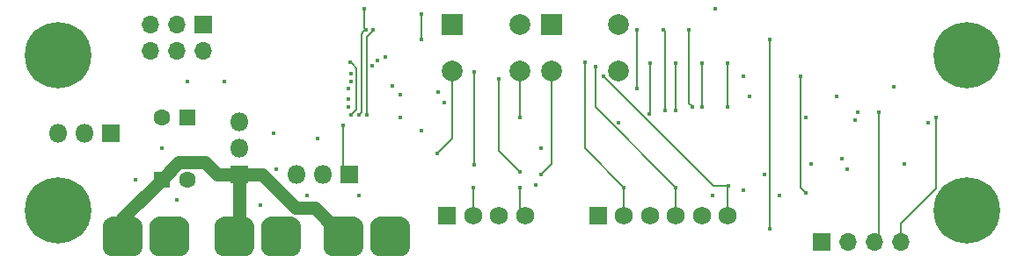
<source format=gbr>
G04 #@! TF.GenerationSoftware,KiCad,Pcbnew,(5.0.1-3-g963ef8bb5)*
G04 #@! TF.CreationDate,2020-07-12T22:57:35-05:00*
G04 #@! TF.ProjectId,SmartNerfBlaster,536D6172744E657266426C6173746572,v1*
G04 #@! TF.SameCoordinates,Original*
G04 #@! TF.FileFunction,Copper,L3,Inr,Signal*
G04 #@! TF.FilePolarity,Positive*
%FSLAX46Y46*%
G04 Gerber Fmt 4.6, Leading zero omitted, Abs format (unit mm)*
G04 Created by KiCad (PCBNEW (5.0.1-3-g963ef8bb5)) date Sunday, July 12, 2020 at 10:57:35 PM*
%MOMM*%
%LPD*%
G01*
G04 APERTURE LIST*
G04 #@! TA.AperFunction,Conductor*
%ADD10C,0.100000*%
G04 #@! TD*
G04 #@! TA.AperFunction,ViaPad*
%ADD11C,3.810000*%
G04 #@! TD*
G04 #@! TA.AperFunction,ViaPad*
%ADD12C,6.400000*%
G04 #@! TD*
G04 #@! TA.AperFunction,ViaPad*
%ADD13C,1.600000*%
G04 #@! TD*
G04 #@! TA.AperFunction,ViaPad*
%ADD14R,1.600000X1.600000*%
G04 #@! TD*
G04 #@! TA.AperFunction,ViaPad*
%ADD15C,1.750000*%
G04 #@! TD*
G04 #@! TA.AperFunction,ViaPad*
%ADD16R,1.750000X1.750000*%
G04 #@! TD*
G04 #@! TA.AperFunction,ViaPad*
%ADD17R,1.800000X1.800000*%
G04 #@! TD*
G04 #@! TA.AperFunction,ViaPad*
%ADD18O,1.800000X1.800000*%
G04 #@! TD*
G04 #@! TA.AperFunction,ViaPad*
%ADD19C,2.000000*%
G04 #@! TD*
G04 #@! TA.AperFunction,ViaPad*
%ADD20R,2.000000X2.000000*%
G04 #@! TD*
G04 #@! TA.AperFunction,ViaPad*
%ADD21O,1.700000X1.700000*%
G04 #@! TD*
G04 #@! TA.AperFunction,ViaPad*
%ADD22R,1.700000X1.700000*%
G04 #@! TD*
G04 #@! TA.AperFunction,ViaPad*
%ADD23C,0.450000*%
G04 #@! TD*
G04 #@! TA.AperFunction,Conductor*
%ADD24C,1.270000*%
G04 #@! TD*
G04 #@! TA.AperFunction,Conductor*
%ADD25C,0.127000*%
G04 #@! TD*
G04 APERTURE END LIST*
D10*
G04 #@! TO.N,/Pusher_Power*
G04 #@! TO.C,J4*
G36*
X153045861Y-90599587D02*
X153138324Y-90613302D01*
X153228996Y-90636014D01*
X153317006Y-90667505D01*
X153401505Y-90707470D01*
X153481681Y-90755525D01*
X153556760Y-90811208D01*
X153626019Y-90873981D01*
X153688792Y-90943240D01*
X153744475Y-91018319D01*
X153792530Y-91098495D01*
X153832495Y-91182994D01*
X153863986Y-91271004D01*
X153886698Y-91361676D01*
X153900413Y-91454139D01*
X153905000Y-91547500D01*
X153905000Y-93452500D01*
X153900413Y-93545861D01*
X153886698Y-93638324D01*
X153863986Y-93728996D01*
X153832495Y-93817006D01*
X153792530Y-93901505D01*
X153744475Y-93981681D01*
X153688792Y-94056760D01*
X153626019Y-94126019D01*
X153556760Y-94188792D01*
X153481681Y-94244475D01*
X153401505Y-94292530D01*
X153317006Y-94332495D01*
X153228996Y-94363986D01*
X153138324Y-94386698D01*
X153045861Y-94400413D01*
X152952500Y-94405000D01*
X151047500Y-94405000D01*
X150954139Y-94400413D01*
X150861676Y-94386698D01*
X150771004Y-94363986D01*
X150682994Y-94332495D01*
X150598495Y-94292530D01*
X150518319Y-94244475D01*
X150443240Y-94188792D01*
X150373981Y-94126019D01*
X150311208Y-94056760D01*
X150255525Y-93981681D01*
X150207470Y-93901505D01*
X150167505Y-93817006D01*
X150136014Y-93728996D01*
X150113302Y-93638324D01*
X150099587Y-93545861D01*
X150095000Y-93452500D01*
X150095000Y-91547500D01*
X150099587Y-91454139D01*
X150113302Y-91361676D01*
X150136014Y-91271004D01*
X150167505Y-91182994D01*
X150207470Y-91098495D01*
X150255525Y-91018319D01*
X150311208Y-90943240D01*
X150373981Y-90873981D01*
X150443240Y-90811208D01*
X150518319Y-90755525D01*
X150598495Y-90707470D01*
X150682994Y-90667505D01*
X150771004Y-90636014D01*
X150861676Y-90613302D01*
X150954139Y-90599587D01*
X151047500Y-90595000D01*
X152952500Y-90595000D01*
X153045861Y-90599587D01*
X153045861Y-90599587D01*
G37*
D11*
X152000000Y-92500000D03*
D10*
G04 #@! TO.N,+BATT*
G36*
X148545861Y-90599587D02*
X148638324Y-90613302D01*
X148728996Y-90636014D01*
X148817006Y-90667505D01*
X148901505Y-90707470D01*
X148981681Y-90755525D01*
X149056760Y-90811208D01*
X149126019Y-90873981D01*
X149188792Y-90943240D01*
X149244475Y-91018319D01*
X149292530Y-91098495D01*
X149332495Y-91182994D01*
X149363986Y-91271004D01*
X149386698Y-91361676D01*
X149400413Y-91454139D01*
X149405000Y-91547500D01*
X149405000Y-93452500D01*
X149400413Y-93545861D01*
X149386698Y-93638324D01*
X149363986Y-93728996D01*
X149332495Y-93817006D01*
X149292530Y-93901505D01*
X149244475Y-93981681D01*
X149188792Y-94056760D01*
X149126019Y-94126019D01*
X149056760Y-94188792D01*
X148981681Y-94244475D01*
X148901505Y-94292530D01*
X148817006Y-94332495D01*
X148728996Y-94363986D01*
X148638324Y-94386698D01*
X148545861Y-94400413D01*
X148452500Y-94405000D01*
X146547500Y-94405000D01*
X146454139Y-94400413D01*
X146361676Y-94386698D01*
X146271004Y-94363986D01*
X146182994Y-94332495D01*
X146098495Y-94292530D01*
X146018319Y-94244475D01*
X145943240Y-94188792D01*
X145873981Y-94126019D01*
X145811208Y-94056760D01*
X145755525Y-93981681D01*
X145707470Y-93901505D01*
X145667505Y-93817006D01*
X145636014Y-93728996D01*
X145613302Y-93638324D01*
X145599587Y-93545861D01*
X145595000Y-93452500D01*
X145595000Y-91547500D01*
X145599587Y-91454139D01*
X145613302Y-91361676D01*
X145636014Y-91271004D01*
X145667505Y-91182994D01*
X145707470Y-91098495D01*
X145755525Y-91018319D01*
X145811208Y-90943240D01*
X145873981Y-90873981D01*
X145943240Y-90811208D01*
X146018319Y-90755525D01*
X146098495Y-90707470D01*
X146182994Y-90667505D01*
X146271004Y-90636014D01*
X146361676Y-90613302D01*
X146454139Y-90599587D01*
X146547500Y-90595000D01*
X148452500Y-90595000D01*
X148545861Y-90599587D01*
X148545861Y-90599587D01*
G37*
D11*
X147500000Y-92500000D03*
G04 #@! TD*
D10*
G04 #@! TO.N,GND*
G04 #@! TO.C,J1*
G36*
X142545861Y-90599587D02*
X142638324Y-90613302D01*
X142728996Y-90636014D01*
X142817006Y-90667505D01*
X142901505Y-90707470D01*
X142981681Y-90755525D01*
X143056760Y-90811208D01*
X143126019Y-90873981D01*
X143188792Y-90943240D01*
X143244475Y-91018319D01*
X143292530Y-91098495D01*
X143332495Y-91182994D01*
X143363986Y-91271004D01*
X143386698Y-91361676D01*
X143400413Y-91454139D01*
X143405000Y-91547500D01*
X143405000Y-93452500D01*
X143400413Y-93545861D01*
X143386698Y-93638324D01*
X143363986Y-93728996D01*
X143332495Y-93817006D01*
X143292530Y-93901505D01*
X143244475Y-93981681D01*
X143188792Y-94056760D01*
X143126019Y-94126019D01*
X143056760Y-94188792D01*
X142981681Y-94244475D01*
X142901505Y-94292530D01*
X142817006Y-94332495D01*
X142728996Y-94363986D01*
X142638324Y-94386698D01*
X142545861Y-94400413D01*
X142452500Y-94405000D01*
X140547500Y-94405000D01*
X140454139Y-94400413D01*
X140361676Y-94386698D01*
X140271004Y-94363986D01*
X140182994Y-94332495D01*
X140098495Y-94292530D01*
X140018319Y-94244475D01*
X139943240Y-94188792D01*
X139873981Y-94126019D01*
X139811208Y-94056760D01*
X139755525Y-93981681D01*
X139707470Y-93901505D01*
X139667505Y-93817006D01*
X139636014Y-93728996D01*
X139613302Y-93638324D01*
X139599587Y-93545861D01*
X139595000Y-93452500D01*
X139595000Y-91547500D01*
X139599587Y-91454139D01*
X139613302Y-91361676D01*
X139636014Y-91271004D01*
X139667505Y-91182994D01*
X139707470Y-91098495D01*
X139755525Y-91018319D01*
X139811208Y-90943240D01*
X139873981Y-90873981D01*
X139943240Y-90811208D01*
X140018319Y-90755525D01*
X140098495Y-90707470D01*
X140182994Y-90667505D01*
X140271004Y-90636014D01*
X140361676Y-90613302D01*
X140454139Y-90599587D01*
X140547500Y-90595000D01*
X142452500Y-90595000D01*
X142545861Y-90599587D01*
X142545861Y-90599587D01*
G37*
D11*
X141500000Y-92500000D03*
D10*
G04 #@! TO.N,+BATT*
G36*
X138045861Y-90599587D02*
X138138324Y-90613302D01*
X138228996Y-90636014D01*
X138317006Y-90667505D01*
X138401505Y-90707470D01*
X138481681Y-90755525D01*
X138556760Y-90811208D01*
X138626019Y-90873981D01*
X138688792Y-90943240D01*
X138744475Y-91018319D01*
X138792530Y-91098495D01*
X138832495Y-91182994D01*
X138863986Y-91271004D01*
X138886698Y-91361676D01*
X138900413Y-91454139D01*
X138905000Y-91547500D01*
X138905000Y-93452500D01*
X138900413Y-93545861D01*
X138886698Y-93638324D01*
X138863986Y-93728996D01*
X138832495Y-93817006D01*
X138792530Y-93901505D01*
X138744475Y-93981681D01*
X138688792Y-94056760D01*
X138626019Y-94126019D01*
X138556760Y-94188792D01*
X138481681Y-94244475D01*
X138401505Y-94292530D01*
X138317006Y-94332495D01*
X138228996Y-94363986D01*
X138138324Y-94386698D01*
X138045861Y-94400413D01*
X137952500Y-94405000D01*
X136047500Y-94405000D01*
X135954139Y-94400413D01*
X135861676Y-94386698D01*
X135771004Y-94363986D01*
X135682994Y-94332495D01*
X135598495Y-94292530D01*
X135518319Y-94244475D01*
X135443240Y-94188792D01*
X135373981Y-94126019D01*
X135311208Y-94056760D01*
X135255525Y-93981681D01*
X135207470Y-93901505D01*
X135167505Y-93817006D01*
X135136014Y-93728996D01*
X135113302Y-93638324D01*
X135099587Y-93545861D01*
X135095000Y-93452500D01*
X135095000Y-91547500D01*
X135099587Y-91454139D01*
X135113302Y-91361676D01*
X135136014Y-91271004D01*
X135167505Y-91182994D01*
X135207470Y-91098495D01*
X135255525Y-91018319D01*
X135311208Y-90943240D01*
X135373981Y-90873981D01*
X135443240Y-90811208D01*
X135518319Y-90755525D01*
X135598495Y-90707470D01*
X135682994Y-90667505D01*
X135771004Y-90636014D01*
X135861676Y-90613302D01*
X135954139Y-90599587D01*
X136047500Y-90595000D01*
X137952500Y-90595000D01*
X138045861Y-90599587D01*
X138045861Y-90599587D01*
G37*
D11*
X137000000Y-92500000D03*
G04 #@! TD*
D10*
G04 #@! TO.N,/Flywheel_Power*
G04 #@! TO.C,J5*
G36*
X131795861Y-90599587D02*
X131888324Y-90613302D01*
X131978996Y-90636014D01*
X132067006Y-90667505D01*
X132151505Y-90707470D01*
X132231681Y-90755525D01*
X132306760Y-90811208D01*
X132376019Y-90873981D01*
X132438792Y-90943240D01*
X132494475Y-91018319D01*
X132542530Y-91098495D01*
X132582495Y-91182994D01*
X132613986Y-91271004D01*
X132636698Y-91361676D01*
X132650413Y-91454139D01*
X132655000Y-91547500D01*
X132655000Y-93452500D01*
X132650413Y-93545861D01*
X132636698Y-93638324D01*
X132613986Y-93728996D01*
X132582495Y-93817006D01*
X132542530Y-93901505D01*
X132494475Y-93981681D01*
X132438792Y-94056760D01*
X132376019Y-94126019D01*
X132306760Y-94188792D01*
X132231681Y-94244475D01*
X132151505Y-94292530D01*
X132067006Y-94332495D01*
X131978996Y-94363986D01*
X131888324Y-94386698D01*
X131795861Y-94400413D01*
X131702500Y-94405000D01*
X129797500Y-94405000D01*
X129704139Y-94400413D01*
X129611676Y-94386698D01*
X129521004Y-94363986D01*
X129432994Y-94332495D01*
X129348495Y-94292530D01*
X129268319Y-94244475D01*
X129193240Y-94188792D01*
X129123981Y-94126019D01*
X129061208Y-94056760D01*
X129005525Y-93981681D01*
X128957470Y-93901505D01*
X128917505Y-93817006D01*
X128886014Y-93728996D01*
X128863302Y-93638324D01*
X128849587Y-93545861D01*
X128845000Y-93452500D01*
X128845000Y-91547500D01*
X128849587Y-91454139D01*
X128863302Y-91361676D01*
X128886014Y-91271004D01*
X128917505Y-91182994D01*
X128957470Y-91098495D01*
X129005525Y-91018319D01*
X129061208Y-90943240D01*
X129123981Y-90873981D01*
X129193240Y-90811208D01*
X129268319Y-90755525D01*
X129348495Y-90707470D01*
X129432994Y-90667505D01*
X129521004Y-90636014D01*
X129611676Y-90613302D01*
X129704139Y-90599587D01*
X129797500Y-90595000D01*
X131702500Y-90595000D01*
X131795861Y-90599587D01*
X131795861Y-90599587D01*
G37*
D11*
X130750000Y-92500000D03*
D10*
G04 #@! TO.N,+BATT*
G36*
X127295861Y-90599587D02*
X127388324Y-90613302D01*
X127478996Y-90636014D01*
X127567006Y-90667505D01*
X127651505Y-90707470D01*
X127731681Y-90755525D01*
X127806760Y-90811208D01*
X127876019Y-90873981D01*
X127938792Y-90943240D01*
X127994475Y-91018319D01*
X128042530Y-91098495D01*
X128082495Y-91182994D01*
X128113986Y-91271004D01*
X128136698Y-91361676D01*
X128150413Y-91454139D01*
X128155000Y-91547500D01*
X128155000Y-93452500D01*
X128150413Y-93545861D01*
X128136698Y-93638324D01*
X128113986Y-93728996D01*
X128082495Y-93817006D01*
X128042530Y-93901505D01*
X127994475Y-93981681D01*
X127938792Y-94056760D01*
X127876019Y-94126019D01*
X127806760Y-94188792D01*
X127731681Y-94244475D01*
X127651505Y-94292530D01*
X127567006Y-94332495D01*
X127478996Y-94363986D01*
X127388324Y-94386698D01*
X127295861Y-94400413D01*
X127202500Y-94405000D01*
X125297500Y-94405000D01*
X125204139Y-94400413D01*
X125111676Y-94386698D01*
X125021004Y-94363986D01*
X124932994Y-94332495D01*
X124848495Y-94292530D01*
X124768319Y-94244475D01*
X124693240Y-94188792D01*
X124623981Y-94126019D01*
X124561208Y-94056760D01*
X124505525Y-93981681D01*
X124457470Y-93901505D01*
X124417505Y-93817006D01*
X124386014Y-93728996D01*
X124363302Y-93638324D01*
X124349587Y-93545861D01*
X124345000Y-93452500D01*
X124345000Y-91547500D01*
X124349587Y-91454139D01*
X124363302Y-91361676D01*
X124386014Y-91271004D01*
X124417505Y-91182994D01*
X124457470Y-91098495D01*
X124505525Y-91018319D01*
X124561208Y-90943240D01*
X124623981Y-90873981D01*
X124693240Y-90811208D01*
X124768319Y-90755525D01*
X124848495Y-90707470D01*
X124932994Y-90667505D01*
X125021004Y-90636014D01*
X125111676Y-90613302D01*
X125204139Y-90599587D01*
X125297500Y-90595000D01*
X127202500Y-90595000D01*
X127295861Y-90599587D01*
X127295861Y-90599587D01*
G37*
D11*
X126250000Y-92500000D03*
G04 #@! TD*
D12*
G04 #@! TO.N,GND*
G04 #@! TO.C,H1*
X120000000Y-75000000D03*
G04 #@! TD*
D13*
G04 #@! TO.N,GND*
G04 #@! TO.C,C1*
X132500000Y-87000000D03*
D14*
G04 #@! TO.N,+BATT*
X130000000Y-87000000D03*
G04 #@! TD*
G04 #@! TO.N,+5V*
G04 #@! TO.C,C2*
X132500000Y-81000000D03*
D13*
G04 #@! TO.N,GND*
X130000000Y-81000000D03*
G04 #@! TD*
D15*
G04 #@! TO.N,/Pusher_Reset*
G04 #@! TO.C,J2*
X184500000Y-90500000D03*
G04 #@! TO.N,GND*
X182000000Y-90500000D03*
G04 #@! TO.N,/Flywheel_Button*
X179500000Y-90500000D03*
G04 #@! TO.N,GND*
X177000000Y-90500000D03*
G04 #@! TO.N,/Trigger*
X174500000Y-90500000D03*
D16*
G04 #@! TO.N,GND*
X172000000Y-90500000D03*
G04 #@! TD*
D15*
G04 #@! TO.N,/Magazine*
G04 #@! TO.C,J3*
X165000000Y-90500000D03*
G04 #@! TO.N,GND*
X162500000Y-90500000D03*
G04 #@! TO.N,/Door*
X160000000Y-90500000D03*
D16*
G04 #@! TO.N,GND*
X157500000Y-90500000D03*
G04 #@! TD*
D17*
G04 #@! TO.N,/Pusher*
G04 #@! TO.C,Q1*
X148040000Y-86500000D03*
D18*
G04 #@! TO.N,/Pusher_Power*
X145500000Y-86500000D03*
G04 #@! TO.N,GND*
X142960000Y-86500000D03*
G04 #@! TD*
G04 #@! TO.N,GND*
G04 #@! TO.C,Q2*
X120000000Y-82500000D03*
G04 #@! TO.N,/Flywheel_Power*
X122540000Y-82500000D03*
D17*
G04 #@! TO.N,/Flywheel*
X125080000Y-82500000D03*
G04 #@! TD*
D18*
G04 #@! TO.N,+5V*
G04 #@! TO.C,U1*
X137500000Y-81460000D03*
G04 #@! TO.N,GND*
X137500000Y-84000000D03*
D17*
G04 #@! TO.N,+BATT*
X137500000Y-86540000D03*
G04 #@! TD*
D19*
G04 #@! TO.N,/Fire_Select*
G04 #@! TO.C,SW1*
X164500000Y-76500000D03*
G04 #@! TO.N,Net-(R12-Pad2)*
X158000000Y-76500000D03*
G04 #@! TO.N,GND*
X164500000Y-72000000D03*
D20*
X158000000Y-72000000D03*
G04 #@! TD*
G04 #@! TO.N,GND*
G04 #@! TO.C,SW2*
X167500000Y-72000000D03*
D19*
X174000000Y-72000000D03*
G04 #@! TO.N,Net-(R13-Pad2)*
X167500000Y-76500000D03*
G04 #@! TO.N,/Safety_Select*
X174000000Y-76500000D03*
G04 #@! TD*
D21*
G04 #@! TO.N,GND*
G04 #@! TO.C,J6*
X128960000Y-74540000D03*
G04 #@! TO.N,/Reset*
X128960000Y-72000000D03*
G04 #@! TO.N,/Flywheel*
X131500000Y-74540000D03*
G04 #@! TO.N,Net-(J6-Pad3)*
X131500000Y-72000000D03*
G04 #@! TO.N,+5V*
X134040000Y-74540000D03*
D22*
G04 #@! TO.N,/LED4*
X134040000Y-72000000D03*
G04 #@! TD*
D12*
G04 #@! TO.N,GND*
G04 #@! TO.C,H2*
X207500000Y-75000000D03*
G04 #@! TD*
G04 #@! TO.N,GND*
G04 #@! TO.C,H3*
X120000000Y-90000000D03*
G04 #@! TD*
G04 #@! TO.N,GND*
G04 #@! TO.C,H4*
X207500000Y-90000000D03*
G04 #@! TD*
D21*
G04 #@! TO.N,/SDA*
G04 #@! TO.C,J8*
X201120000Y-93000000D03*
G04 #@! TO.N,/SCL*
X198580000Y-93000000D03*
G04 #@! TO.N,GND*
X196040000Y-93000000D03*
D22*
G04 #@! TO.N,+5V*
X193500000Y-93000000D03*
G04 #@! TD*
D23*
G04 #@! TO.N,GND*
X192500000Y-85500000D03*
X196000000Y-86000000D03*
X183000000Y-88500000D03*
X186000000Y-88000000D03*
X166500000Y-84000000D03*
X166000000Y-87500000D03*
X141000000Y-86000000D03*
X145000000Y-83000000D03*
X136000000Y-77500000D03*
X132500000Y-77500000D03*
X131500000Y-89000000D03*
X127500000Y-87000000D03*
X139500000Y-89500000D03*
X144000000Y-88500000D03*
X149000000Y-88500000D03*
X130000000Y-84000000D03*
X197000000Y-80500000D03*
X200500000Y-78000000D03*
X195000000Y-79000000D03*
X192000000Y-81000000D03*
X189500000Y-88500000D03*
X188000000Y-86500000D03*
X201500000Y-85500000D03*
X195500000Y-85000000D03*
G04 #@! TO.N,/Pusher_Reset*
X172500000Y-77000000D03*
X150250000Y-76000000D03*
X184560418Y-87650152D03*
G04 #@! TO.N,/Flywheel_Button*
X179500000Y-87750000D03*
X171750000Y-76119982D03*
X150750000Y-75511490D03*
G04 #@! TO.N,/Trigger*
X174500000Y-87750000D03*
X170750000Y-75631472D03*
X151500000Y-75184479D03*
G04 #@! TO.N,/Magazine*
X164500000Y-87750000D03*
X162500000Y-77250000D03*
X148250000Y-77500000D03*
X164500000Y-86221010D03*
G04 #@! TO.N,/Door*
X160000000Y-87750000D03*
X148250000Y-76750000D03*
X160069936Y-85569936D03*
X160069936Y-76569936D03*
G04 #@! TO.N,/Reset*
X188500000Y-91750000D03*
X155000000Y-73500000D03*
X188500000Y-73500000D03*
X155000000Y-70988510D03*
G04 #@! TO.N,/Flywheel*
X148153501Y-75653501D03*
X148250000Y-80750000D03*
G04 #@! TO.N,Net-(J6-Pad3)*
X149750000Y-80750000D03*
X150329021Y-72525000D03*
G04 #@! TO.N,/Pusher*
X147500000Y-81750000D03*
X140750000Y-82500000D03*
G04 #@! TO.N,/LED1*
X180750000Y-72500000D03*
X148000000Y-79250000D03*
X181066919Y-79988510D03*
G04 #@! TO.N,Net-(D1-Pad1)*
X182000000Y-80000000D03*
X182000000Y-75750000D03*
G04 #@! TO.N,Net-(D2-Pad1)*
X179500000Y-75750000D03*
X179500000Y-80315521D03*
G04 #@! TO.N,/LED2*
X178250000Y-72500000D03*
X148000000Y-80000000D03*
X178476049Y-80315521D03*
G04 #@! TO.N,/LED3*
X175750000Y-72500000D03*
X175750000Y-78250000D03*
X148000000Y-78250000D03*
G04 #@! TO.N,Net-(D3-Pad1)*
X177000000Y-75750000D03*
X176959308Y-80642532D03*
G04 #@! TO.N,Net-(R12-Pad2)*
X156500000Y-84500000D03*
G04 #@! TO.N,Net-(R13-Pad2)*
X166500000Y-86500000D03*
G04 #@! TO.N,/Fire_Select*
X164500000Y-81000000D03*
X153000000Y-81000000D03*
G04 #@! TO.N,/Safety_Select*
X174000000Y-81500000D03*
X155000000Y-82250000D03*
G04 #@! TO.N,Net-(C8-Pad1)*
X196750000Y-81250000D03*
X203750000Y-81488510D03*
G04 #@! TO.N,/LED4*
X149000000Y-80750000D03*
X183250000Y-70500000D03*
X149500000Y-70500000D03*
X149679010Y-72524995D03*
G04 #@! TO.N,Net-(D4-Pad1)*
X184500000Y-80000000D03*
X184500000Y-75750000D03*
G04 #@! TO.N,/SDA*
X157250000Y-79560055D03*
X204500000Y-81000000D03*
G04 #@! TO.N,/SCL*
X199000000Y-80500000D03*
X156575643Y-78561409D03*
G04 #@! TO.N,/RX*
X153005881Y-78763528D03*
X186596845Y-79011490D03*
G04 #@! TO.N,/TX*
X186000000Y-77000000D03*
X152250000Y-77988510D03*
G04 #@! TO.N,Net-(R15-Pad2)*
X192000000Y-88250000D03*
X191500000Y-77000000D03*
G04 #@! TD*
D24*
G04 #@! TO.N,+BATT*
X126250000Y-90750000D02*
X130000000Y-87000000D01*
X126250000Y-92500000D02*
X126250000Y-90750000D01*
X137500000Y-92000000D02*
X137000000Y-92500000D01*
X137500000Y-86540000D02*
X137500000Y-92000000D01*
X139670000Y-86540000D02*
X137500000Y-86540000D01*
X142889990Y-89759990D02*
X139670000Y-86540000D01*
X144759990Y-89759990D02*
X142889990Y-89759990D01*
X147500000Y-92500000D02*
X144759990Y-89759990D01*
X131635001Y-85364999D02*
X130000000Y-87000000D01*
X134154999Y-85364999D02*
X131635001Y-85364999D01*
X135330000Y-86540000D02*
X134154999Y-85364999D01*
X137500000Y-86540000D02*
X135330000Y-86540000D01*
D25*
G04 #@! TO.N,/Pusher_Reset*
X184500000Y-90500000D02*
X184500000Y-87710570D01*
X184500000Y-87710570D02*
X184560418Y-87650152D01*
X172500000Y-77000000D02*
X183150152Y-87650152D01*
X183150152Y-87650152D02*
X184242220Y-87650152D01*
X184242220Y-87650152D02*
X184560418Y-87650152D01*
G04 #@! TO.N,/Flywheel_Button*
X179500000Y-90500000D02*
X179500000Y-87750000D01*
X171750000Y-76438180D02*
X171750000Y-76119982D01*
X179500000Y-87750000D02*
X171750000Y-80000000D01*
X171750000Y-80000000D02*
X171750000Y-76438180D01*
G04 #@! TO.N,/Trigger*
X174500000Y-87750000D02*
X174500000Y-90500000D01*
X174500000Y-87750000D02*
X170750000Y-84000000D01*
X170750000Y-75949670D02*
X170750000Y-75631472D01*
X170750000Y-84000000D02*
X170750000Y-75949670D01*
G04 #@! TO.N,/Magazine*
X164500000Y-90000000D02*
X165000000Y-90500000D01*
X164500000Y-87750000D02*
X164500000Y-90000000D01*
X164275001Y-85996011D02*
X164500000Y-86221010D01*
X162500000Y-84221010D02*
X164275001Y-85996011D01*
X162500000Y-77250000D02*
X162500000Y-84221010D01*
G04 #@! TO.N,/Door*
X160000000Y-87750000D02*
X160000000Y-90500000D01*
X160069936Y-80638134D02*
X160069936Y-85251738D01*
X160069936Y-85251738D02*
X160069936Y-85569936D01*
X160069936Y-80638134D02*
X160069936Y-76569936D01*
G04 #@! TO.N,/Reset*
X188500000Y-91750000D02*
X188500000Y-73500000D01*
X188500000Y-73500000D02*
X188500000Y-73500000D01*
X155000000Y-73500000D02*
X155000000Y-70988510D01*
G04 #@! TO.N,/Flywheel*
X148250000Y-80750000D02*
X148738501Y-80261499D01*
X148738501Y-76238501D02*
X148378500Y-75878500D01*
X148378500Y-75878500D02*
X148153501Y-75653501D01*
X148738501Y-80261499D02*
X148738501Y-76238501D01*
G04 #@! TO.N,Net-(J6-Pad3)*
X149750000Y-80750000D02*
X149750000Y-73176987D01*
X149750000Y-73176987D02*
X150329021Y-72597966D01*
X150329021Y-72597966D02*
X150329021Y-72525000D01*
G04 #@! TO.N,/Pusher*
X147500000Y-85960000D02*
X148040000Y-86500000D01*
X147500000Y-81750000D02*
X147500000Y-85960000D01*
G04 #@! TO.N,/LED1*
X180750000Y-79617776D02*
X181066919Y-79934695D01*
X181066919Y-79934695D02*
X181066919Y-79988510D01*
X180750000Y-72500000D02*
X180750000Y-79617776D01*
G04 #@! TO.N,Net-(D1-Pad1)*
X182000000Y-80000000D02*
X182000000Y-75750000D01*
G04 #@! TO.N,Net-(D2-Pad1)*
X179500000Y-75750000D02*
X179500000Y-80315521D01*
G04 #@! TO.N,/LED2*
X178476049Y-72726049D02*
X178476049Y-79997323D01*
X178476049Y-79997323D02*
X178476049Y-80315521D01*
X178250000Y-72500000D02*
X178476049Y-72726049D01*
G04 #@! TO.N,/LED3*
X175750000Y-72500000D02*
X175750000Y-78250000D01*
G04 #@! TO.N,Net-(D3-Pad1)*
X177000000Y-80601840D02*
X176959308Y-80642532D01*
X177000000Y-75750000D02*
X177000000Y-80601840D01*
G04 #@! TO.N,Net-(R12-Pad2)*
X158000000Y-83000000D02*
X156500000Y-84500000D01*
X158000000Y-76500000D02*
X158000000Y-83000000D01*
G04 #@! TO.N,Net-(R13-Pad2)*
X167500000Y-76500000D02*
X167500000Y-85500000D01*
X167500000Y-85500000D02*
X166500000Y-86500000D01*
G04 #@! TO.N,/Fire_Select*
X164500000Y-76500000D02*
X164500000Y-81000000D01*
G04 #@! TO.N,/LED4*
X149500000Y-70500000D02*
X149500000Y-72345985D01*
X149500000Y-72345985D02*
X149679010Y-72524995D01*
X149224999Y-72979006D02*
X149454011Y-72749994D01*
X149000000Y-80750000D02*
X149224999Y-80525001D01*
X149224999Y-80525001D02*
X149224999Y-72979006D01*
X149454011Y-72749994D02*
X149679010Y-72524995D01*
G04 #@! TO.N,Net-(D4-Pad1)*
X184500000Y-80000000D02*
X184500000Y-75750000D01*
G04 #@! TO.N,/SDA*
X201120000Y-91797919D02*
X201120000Y-93000000D01*
X201120000Y-91254018D02*
X201120000Y-91797919D01*
X204500000Y-87874018D02*
X201120000Y-91254018D01*
X204500000Y-81000000D02*
X204500000Y-87874018D01*
G04 #@! TO.N,/SCL*
X199000000Y-92580000D02*
X198580000Y-93000000D01*
X199000000Y-80500000D02*
X199000000Y-92580000D01*
G04 #@! TO.N,Net-(R15-Pad2)*
X192000000Y-88250000D02*
X191500000Y-87750000D01*
X191500000Y-87750000D02*
X191500000Y-77000000D01*
G04 #@! TD*
M02*

</source>
